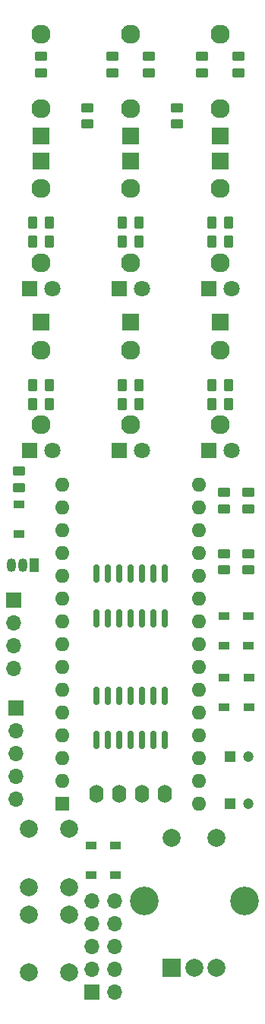
<source format=gbr>
%TF.GenerationSoftware,KiCad,Pcbnew,6.0.11-2627ca5db0~126~ubuntu22.04.1*%
%TF.CreationDate,2023-10-17T21:27:59+03:00*%
%TF.ProjectId,gtoe,67746f65-2e6b-4696-9361-645f70636258,rev?*%
%TF.SameCoordinates,Original*%
%TF.FileFunction,Soldermask,Bot*%
%TF.FilePolarity,Negative*%
%FSLAX46Y46*%
G04 Gerber Fmt 4.6, Leading zero omitted, Abs format (unit mm)*
G04 Created by KiCad (PCBNEW 6.0.11-2627ca5db0~126~ubuntu22.04.1) date 2023-10-17 21:27:59*
%MOMM*%
%LPD*%
G01*
G04 APERTURE LIST*
G04 Aperture macros list*
%AMRoundRect*
0 Rectangle with rounded corners*
0 $1 Rounding radius*
0 $2 $3 $4 $5 $6 $7 $8 $9 X,Y pos of 4 corners*
0 Add a 4 corners polygon primitive as box body*
4,1,4,$2,$3,$4,$5,$6,$7,$8,$9,$2,$3,0*
0 Add four circle primitives for the rounded corners*
1,1,$1+$1,$2,$3*
1,1,$1+$1,$4,$5*
1,1,$1+$1,$6,$7*
1,1,$1+$1,$8,$9*
0 Add four rect primitives between the rounded corners*
20,1,$1+$1,$2,$3,$4,$5,0*
20,1,$1+$1,$4,$5,$6,$7,0*
20,1,$1+$1,$6,$7,$8,$9,0*
20,1,$1+$1,$8,$9,$2,$3,0*%
G04 Aperture macros list end*
%ADD10O,1.600000X2.000000*%
%ADD11O,1.700000X1.700000*%
%ADD12R,1.700000X1.700000*%
%ADD13R,1.600000X1.600000*%
%ADD14O,1.600000X1.600000*%
%ADD15R,1.930000X1.830000*%
%ADD16C,2.130000*%
%ADD17C,2.000000*%
%ADD18R,1.800000X1.800000*%
%ADD19C,1.800000*%
%ADD20C,3.200000*%
%ADD21R,2.000000X2.000000*%
%ADD22R,1.200000X0.900000*%
%ADD23RoundRect,0.250000X-0.450000X0.262500X-0.450000X-0.262500X0.450000X-0.262500X0.450000X0.262500X0*%
%ADD24R,1.200000X1.200000*%
%ADD25C,1.200000*%
%ADD26RoundRect,0.250000X0.262500X0.450000X-0.262500X0.450000X-0.262500X-0.450000X0.262500X-0.450000X0*%
%ADD27RoundRect,0.150000X-0.150000X0.825000X-0.150000X-0.825000X0.150000X-0.825000X0.150000X0.825000X0*%
%ADD28RoundRect,0.250000X0.450000X-0.262500X0.450000X0.262500X-0.450000X0.262500X-0.450000X-0.262500X0*%
%ADD29R,1.050000X1.500000*%
%ADD30O,1.050000X1.500000*%
G04 APERTURE END LIST*
D10*
%TO.C,Screen*%
X111000000Y-126100000D03*
X113541000Y-126100000D03*
X116081000Y-126100000D03*
X118621000Y-126100000D03*
%TD*%
D11*
%TO.C,MIDI*%
X102000000Y-126685000D03*
X102000000Y-124145000D03*
X102000000Y-121605000D03*
X102000000Y-119065000D03*
D12*
X102000000Y-116525000D03*
%TD*%
D13*
%TO.C,A1*%
X107175000Y-127200000D03*
D14*
X107175000Y-124660000D03*
X107175000Y-122120000D03*
X107175000Y-119580000D03*
X107175000Y-117040000D03*
X107175000Y-114500000D03*
X107175000Y-111960000D03*
X107175000Y-109420000D03*
X107175000Y-106880000D03*
X107175000Y-104340000D03*
X107175000Y-101800000D03*
X107175000Y-99260000D03*
X107175000Y-96720000D03*
X107175000Y-94180000D03*
X107175000Y-91640000D03*
X122415000Y-91640000D03*
X122415000Y-94180000D03*
X122415000Y-96720000D03*
X122415000Y-99260000D03*
X122415000Y-101800000D03*
X122415000Y-104340000D03*
X122415000Y-106880000D03*
X122415000Y-109420000D03*
X122415000Y-111960000D03*
X122415000Y-114500000D03*
X122415000Y-117040000D03*
X122415000Y-119580000D03*
X122415000Y-122120000D03*
X122415000Y-124660000D03*
X122415000Y-127200000D03*
%TD*%
D15*
%TO.C,J9*%
X124800000Y-52780000D03*
D16*
X124800000Y-41380000D03*
X124800000Y-49680000D03*
%TD*%
D17*
%TO.C,SW3*%
X107950000Y-146000000D03*
X107950000Y-139500000D03*
X103450000Y-139500000D03*
X103450000Y-146000000D03*
%TD*%
D18*
%TO.C,D5*%
X113530000Y-87800000D03*
D19*
X116070000Y-87800000D03*
%TD*%
D15*
%TO.C,J2*%
X114800000Y-55520000D03*
D16*
X114800000Y-66920000D03*
X114800000Y-58620000D03*
%TD*%
D15*
%TO.C,J5*%
X114800000Y-73520000D03*
D16*
X114800000Y-84920000D03*
X114800000Y-76620000D03*
%TD*%
D18*
%TO.C,D4*%
X103530000Y-87800000D03*
D19*
X106070000Y-87800000D03*
%TD*%
D18*
%TO.C,D3*%
X123530000Y-69800000D03*
D19*
X126070000Y-69800000D03*
%TD*%
D15*
%TO.C,J3*%
X124800000Y-55520000D03*
D16*
X124800000Y-66920000D03*
X124800000Y-58620000D03*
%TD*%
D18*
%TO.C,D2*%
X113530000Y-69800000D03*
D19*
X116070000Y-69800000D03*
%TD*%
D17*
%TO.C,SW2*%
X119400000Y-131000000D03*
X124400000Y-131000000D03*
D20*
X127500000Y-138000000D03*
X116300000Y-138000000D03*
D17*
X121900000Y-145500000D03*
X124400000Y-145500000D03*
D21*
X119400000Y-145500000D03*
%TD*%
D15*
%TO.C,J8*%
X114800000Y-52780000D03*
D16*
X114800000Y-41380000D03*
X114800000Y-49680000D03*
%TD*%
D15*
%TO.C,J6*%
X124800000Y-73520000D03*
D16*
X124800000Y-84920000D03*
X124800000Y-76620000D03*
%TD*%
D15*
%TO.C,J1*%
X104800000Y-55520000D03*
D16*
X104800000Y-66920000D03*
X104800000Y-58620000D03*
%TD*%
D18*
%TO.C,D6*%
X123530000Y-87800000D03*
D19*
X126070000Y-87800000D03*
%TD*%
D18*
%TO.C,D1*%
X103530000Y-69800000D03*
D19*
X106070000Y-69800000D03*
%TD*%
D15*
%TO.C,J4*%
X104800000Y-73520000D03*
D16*
X104800000Y-84920000D03*
X104800000Y-76620000D03*
%TD*%
D15*
%TO.C,J7*%
X104800000Y-52780000D03*
D16*
X104800000Y-41380000D03*
X104800000Y-49680000D03*
%TD*%
D17*
%TO.C,SW1*%
X107950000Y-136500000D03*
X107950000Y-130000000D03*
X103450000Y-130000000D03*
X103450000Y-136500000D03*
%TD*%
D22*
%TO.C,D13*%
X113100000Y-131850000D03*
X113100000Y-135150000D03*
%TD*%
D23*
%TO.C,R24*%
X120000000Y-49587500D03*
X120000000Y-51412500D03*
%TD*%
%TO.C,R19*%
X122800000Y-43887500D03*
X122800000Y-45712500D03*
%TD*%
D24*
%TO.C,C1*%
X125900000Y-127200000D03*
D25*
X127900000Y-127200000D03*
%TD*%
D22*
%TO.C,D9*%
X128000000Y-116450000D03*
X128000000Y-113150000D03*
%TD*%
%TO.C,D11*%
X127900000Y-109550000D03*
X127900000Y-106250000D03*
%TD*%
D26*
%TO.C,R9*%
X115712500Y-82600000D03*
X113887500Y-82600000D03*
%TD*%
D22*
%TO.C,D12*%
X110400000Y-131850000D03*
X110400000Y-135150000D03*
%TD*%
D26*
%TO.C,R3*%
X115712500Y-64500000D03*
X113887500Y-64500000D03*
%TD*%
D27*
%TO.C,U2*%
X110990000Y-115125000D03*
X112260000Y-115125000D03*
X113530000Y-115125000D03*
X114800000Y-115125000D03*
X116070000Y-115125000D03*
X117340000Y-115125000D03*
X118610000Y-115125000D03*
X118610000Y-120075000D03*
X117340000Y-120075000D03*
X116070000Y-120075000D03*
X114800000Y-120075000D03*
X113530000Y-120075000D03*
X112260000Y-120075000D03*
X110990000Y-120075000D03*
%TD*%
D12*
%TO.C,LINK*%
X101800000Y-104450000D03*
D11*
X101800000Y-106990000D03*
X101800000Y-109530000D03*
X101800000Y-112070000D03*
%TD*%
D23*
%TO.C,R23*%
X110000000Y-49587500D03*
X110000000Y-51412500D03*
%TD*%
%TO.C,R13*%
X104800000Y-43887500D03*
X104800000Y-45712500D03*
%TD*%
D26*
%TO.C,R7*%
X105712500Y-82600000D03*
X103887500Y-82600000D03*
%TD*%
%TO.C,R12*%
X125712500Y-80500000D03*
X123887500Y-80500000D03*
%TD*%
%TO.C,R10*%
X115712500Y-80500000D03*
X113887500Y-80500000D03*
%TD*%
D28*
%TO.C,R14*%
X102350000Y-91912500D03*
X102350000Y-90087500D03*
%TD*%
%TO.C,R22*%
X125200000Y-101112500D03*
X125200000Y-99287500D03*
%TD*%
D23*
%TO.C,R18*%
X116800000Y-43887500D03*
X116800000Y-45712500D03*
%TD*%
D26*
%TO.C,R2*%
X105712500Y-62400000D03*
X103887500Y-62400000D03*
%TD*%
%TO.C,R5*%
X125712500Y-64500000D03*
X123887500Y-64500000D03*
%TD*%
%TO.C,R11*%
X125712500Y-82600000D03*
X123887500Y-82600000D03*
%TD*%
D23*
%TO.C,R20*%
X127900000Y-99287500D03*
X127900000Y-101112500D03*
%TD*%
D24*
%TO.C,C2*%
X125900000Y-121900000D03*
D25*
X127900000Y-121900000D03*
%TD*%
D22*
%TO.C,D8*%
X125200000Y-116450000D03*
X125200000Y-113150000D03*
%TD*%
D26*
%TO.C,R1*%
X105712500Y-64500000D03*
X103887500Y-64500000D03*
%TD*%
D23*
%TO.C,R15*%
X112800000Y-43887500D03*
X112800000Y-45712500D03*
%TD*%
D26*
%TO.C,R8*%
X105712500Y-80500000D03*
X103887500Y-80500000D03*
%TD*%
D27*
%TO.C,U1*%
X110990000Y-101525000D03*
X112260000Y-101525000D03*
X113530000Y-101525000D03*
X114800000Y-101525000D03*
X116070000Y-101525000D03*
X117340000Y-101525000D03*
X118610000Y-101525000D03*
X118610000Y-106475000D03*
X117340000Y-106475000D03*
X116070000Y-106475000D03*
X114800000Y-106475000D03*
X113530000Y-106475000D03*
X112260000Y-106475000D03*
X110990000Y-106475000D03*
%TD*%
D22*
%TO.C,D7*%
X102400000Y-97100000D03*
X102400000Y-93800000D03*
%TD*%
D23*
%TO.C,R21*%
X127900000Y-92487500D03*
X127900000Y-94312500D03*
%TD*%
D26*
%TO.C,R4*%
X115712500Y-62400000D03*
X113887500Y-62400000D03*
%TD*%
D28*
%TO.C,R17*%
X125200000Y-94312500D03*
X125200000Y-92487500D03*
%TD*%
D22*
%TO.C,D10*%
X125200000Y-109550000D03*
X125200000Y-106250000D03*
%TD*%
D26*
%TO.C,R6*%
X125712500Y-62400000D03*
X123887500Y-62400000D03*
%TD*%
D23*
%TO.C,R16*%
X126800000Y-43887500D03*
X126800000Y-45712500D03*
%TD*%
D29*
%TO.C,Q1*%
X104020000Y-100610000D03*
D30*
X102750000Y-100610000D03*
X101480000Y-100610000D03*
%TD*%
D12*
%TO.C,J10*%
X110525000Y-148160000D03*
D11*
X113065000Y-148160000D03*
X110525000Y-145620000D03*
X113065000Y-145620000D03*
X110525000Y-143080000D03*
X113065000Y-143080000D03*
X110525000Y-140540000D03*
X113065000Y-140540000D03*
X110525000Y-138000000D03*
X113065000Y-138000000D03*
%TD*%
M02*

</source>
